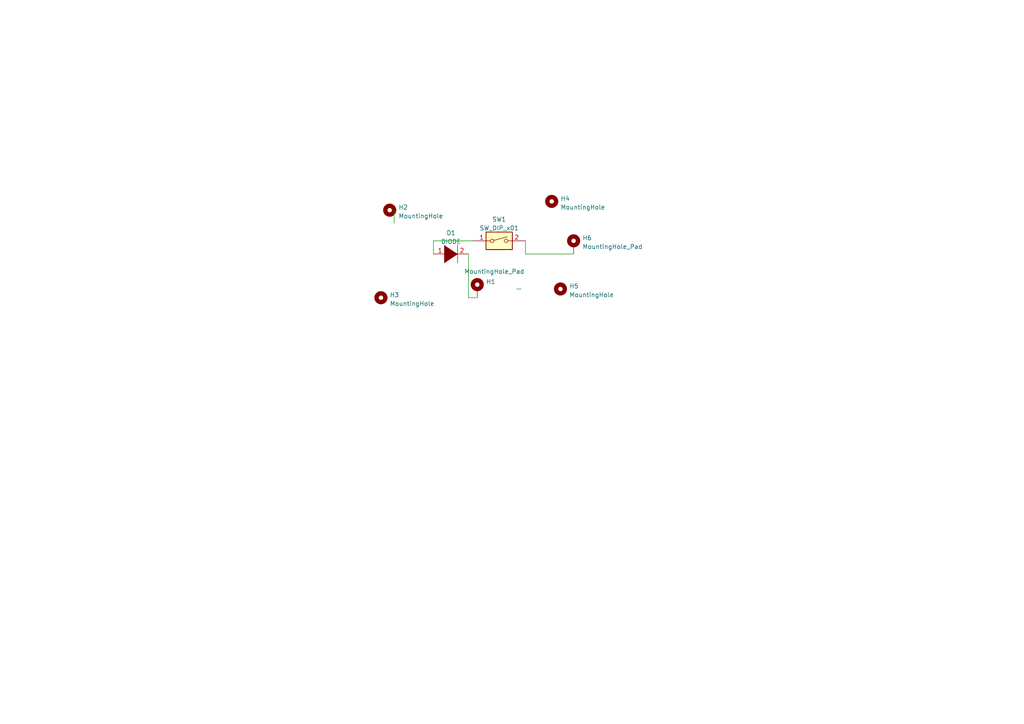
<source format=kicad_sch>
(kicad_sch (version 20211123) (generator eeschema)
  (paper "A4")
  (lib_symbols
    (symbol "Mechanical:MountingHole" (pin_names (offset 1.016))
      (property "Reference" "H" (at 0 5.08 0))
      (property "Value" "MountingHole" (at 0 3.175 0))
      (symbol "MountingHole_0_1"
        (circle (center 0 0) (radius 1.27) (stroke (width 1.27)))
      )
    )
    (symbol "Mechanical:MountingHole_Pad" (pin_numbers hide) (pin_names (offset 1.016) hide)
      (property "Reference" "H" (at 0 6.35 0))
      (property "Value" "MountingHole_Pad" (at 0 4.445 0))
      (symbol "MountingHole_Pad_0_1"
        (circle (center 0 1.27) (radius 1.27) (stroke (width 1.27)))
      )
      (symbol "MountingHole_Pad_1_1"
        (pin input line (at 0 -2.54 90) (length 2.54) (name "1") (number "1"))
      )
    )
    (symbol "Switch:SW_DIP_x01" (pin_names (offset 0) hide)
      (property "Reference" "SW" (at 0 3.81 0))
      (property "Value" "SW_DIP_x01" (at 0 -3.81 0))
      (symbol "SW_DIP_x01_0_0"
        (circle (center -2.032 0) (radius 0.508))
        (polyline (pts (xy -1.524 0.127) (xy 2.3622 1.1684)))
        (circle (center 2.032 0) (radius 0.508))
      )
      (symbol "SW_DIP_x01_0_1"
        (rectangle (start -3.81 2.54) (end 3.81 -2.54) (stroke (width 0.254)) (fill (type background)))
      )
      (symbol "SW_DIP_x01_1_1"
        (pin passive line (at -7.62 0 0) (length 5.08) (name "~") (number "1"))
        (pin passive line (at 7.62 0 180) (length 5.08) (name "~") (number "2"))
      )
    )
    (symbol "pspice:DIODE" (pin_names (offset 1.016) hide)
      (property "Reference" "D" (at 0 3.81 0))
      (property "Value" "DIODE" (at 0 -4.445 0))
      (symbol "DIODE_0_1"
        (polyline (pts (xy 1.905 2.54) (xy 1.905 -2.54)))
        (polyline (pts (xy -1.905 2.54) (xy -1.905 -2.54) (xy 1.905 0)) (fill (type outline)))
      )
      (symbol "DIODE_1_1"
        (pin input line (at -5.08 0 0) (length 3.81) (name "K") (number "1"))
        (pin input line (at 5.08 0 180) (length 3.81) (name "A") (number "2"))
      )
    )
  )
  (wire (pts (xy 149.86 83.82) (xy 151.13 83.82)))
  (wire (pts (xy 114.3 64.77) (xy 114.3 60.96)))
  (wire (pts (xy 152.4 69.85) (xy 152.4 73.66)))
  (wire (pts (xy 135.89 86.36) (xy 138.43 86.36)))
  (wire (pts (xy 135.89 73.66) (xy 135.89 86.36)))
  (wire (pts (xy 166.37 73.66) (xy 152.4 73.66)))
  (wire (pts (xy 125.73 69.85) (xy 125.73 73.66)))
  (wire (pts (xy 137.16 69.85) (xy 125.73 69.85)))
  (symbol (lib_id "Mechanical:MountingHole") (at 162.56 83.82 0) (unit 1)
    (property "Reference" "H5" (at 165.1 82.9853 0) (effects (justify left)))
    (property "Value" "MountingHole" (at 165.1 85.5222 0) (effects (justify left)))
    (property "Footprint" "MountingHole:MountingHole_2mm" (effects hide))
  )
  (symbol (lib_id "Mechanical:MountingHole_Pad") (at 138.43 83.82 0) (unit 1)
    (property "Reference" "H1" (at 140.97 81.7153 0) (effects (justify left)))
    (property "Value" "MountingHole_Pad" (at 134.62 78.74 0) (effects (justify left)))
    (property "Footprint" "MountingHole:MountingHole_2.2mm_M2_Pad_Via" (effects hide))
  )
  (symbol (lib_id "Mechanical:MountingHole") (at 110.49 86.36 0) (unit 1)
    (property "Reference" "H3" (at 113.03 85.5253 0) (effects (justify left)))
    (property "Value" "MountingHole" (at 113.03 88.0622 0) (effects (justify left)))
    (property "Footprint" "MountingHole:MountingHole_2mm" (effects hide))
  )
  (symbol (lib_id "Switch:SW_DIP_x01") (at 144.78 69.85 0) (unit 1)
    (property "Reference" "SW1" (at 144.78 63.6102 0))
    (property "Value" "SW_DIP_x01" (at 144.78 66.1471 0))
    (property "Footprint" "Switch_Keyboard_Hotswap_Kailh:SW_Hotswap_Kailh_Choc_V1_1.00u" (effects hide))
  )
  (symbol (lib_id "pspice:DIODE") (at 130.81 73.66 0) (unit 1)
    (property "Reference" "D1" (at 130.81 67.5472 0))
    (property "Value" "DIODE" (at 130.81 70.0841 0))
    (property "Footprint" "Diode_SMD:D_SOD-123" (effects hide))
  )
  (symbol (lib_id "Mechanical:MountingHole") (at 113.03 60.96 0) (unit 1)
    (property "Reference" "H2" (at 115.57 60.1253 0) (effects (justify left)))
    (property "Value" "MountingHole" (at 115.57 62.6622 0) (effects (justify left)))
    (property "Footprint" "MountingHole:MountingHole_2mm" (effects hide))
  )
  (symbol (lib_id "Mechanical:MountingHole_Pad") (at 166.37 71.12 0) (unit 1)
    (property "Reference" "H6" (at 168.91 69.0153 0) (effects (justify left)))
    (property "Value" "MountingHole_Pad" (at 168.91 71.5522 0) (effects (justify left)))
    (property "Footprint" "MountingHole:MountingHole_2.2mm_M2_Pad_Via" (effects hide))
  )
  (symbol (lib_id "Mechanical:MountingHole") (at 160.02 58.42 0) (unit 1)
    (property "Reference" "H4" (at 162.56 57.5853 0) (effects (justify left)))
    (property "Value" "MountingHole" (at 162.56 60.1222 0) (effects (justify left)))
    (property "Footprint" "MountingHole:MountingHole_2mm" (effects hide))
  )
)
</source>
